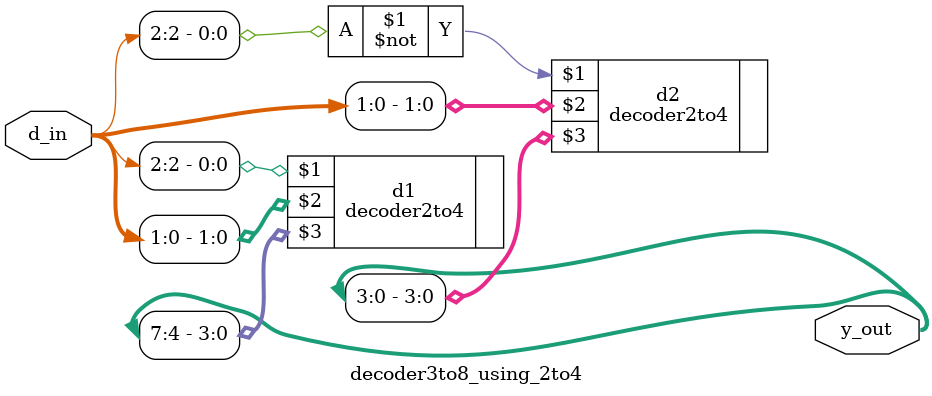
<source format=v>
`timescale 1ns / 1ps


module decoder3to8_using_2to4(
    input [2:0] d_in,
    output [7:0] y_out
    );
    decoder2to4 d1(d_in[2],d_in[1:0],y_out[7:4]);
     decoder2to4 d2((~d_in[2]),d_in[1:0],y_out[3:0]);
    
endmodule

</source>
